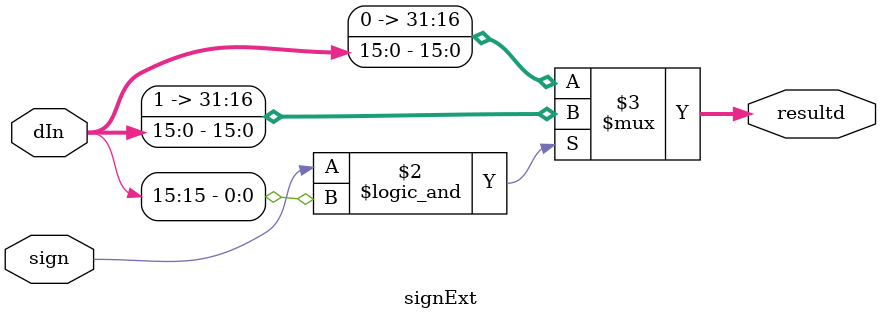
<source format=v>
module signExt (resultd, dIn, sign);
	output wire [31:0] resultd;
	input [15:0] dIn;
	input sign;
	
	assign resultd = (sign && dIn[15] == 1) ? {16'b1111111111111111, dIn[15:0]}:{16'b0, dIn[15:0]};

endmodule

</source>
